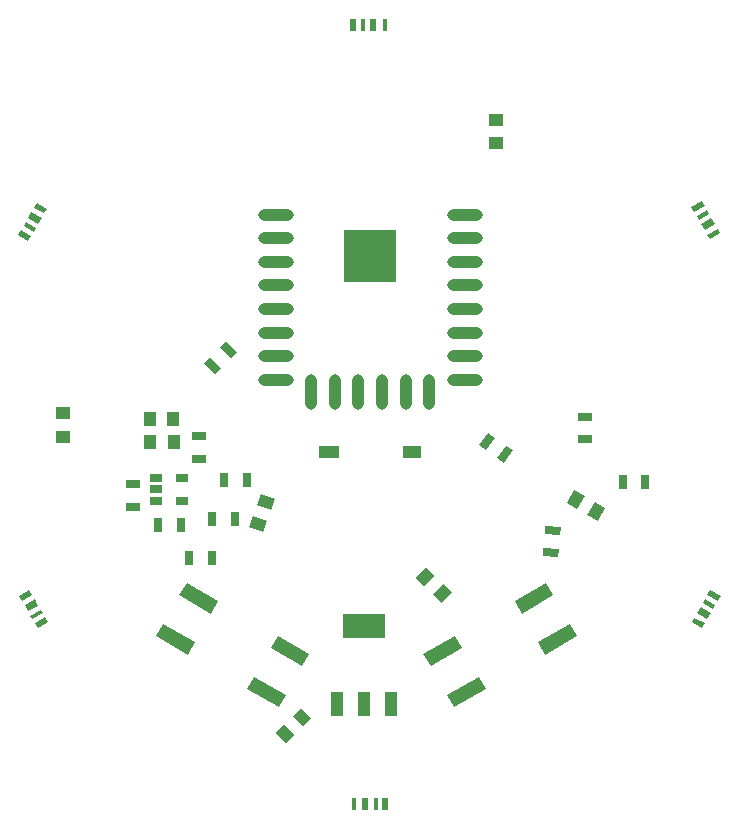
<source format=gtp>
G04 #@! TF.FileFunction,Paste,Top*
%FSLAX46Y46*%
G04 Gerber Fmt 4.6, Leading zero omitted, Abs format (unit mm)*
G04 Created by KiCad (PCBNEW 4.0.2+dfsg1-stable) date Tue 23 Oct 2018 01:13:40 AM EDT*
%MOMM*%
G01*
G04 APERTURE LIST*
%ADD10C,0.100000*%
%ADD11O,3.000000X1.000000*%
%ADD12O,1.000000X3.000000*%
%ADD13R,1.000000X1.250000*%
%ADD14R,0.700000X1.300000*%
%ADD15R,1.300000X0.700000*%
%ADD16R,1.060000X0.650000*%
%ADD17R,3.657600X2.032000*%
%ADD18R,1.016000X2.032000*%
%ADD19R,1.250000X1.000000*%
%ADD20R,4.470400X4.470400*%
%ADD21R,0.450000X1.000000*%
%ADD22R,0.600000X1.000000*%
%ADD23R,0.350000X1.000000*%
%ADD24R,0.500000X1.000000*%
%ADD25R,1.600000X1.000000*%
%ADD26R,1.700000X1.000000*%
G04 APERTURE END LIST*
D10*
G36*
X93160482Y-93879936D02*
X93760482Y-94919166D01*
X91075804Y-96469166D01*
X90475804Y-95429936D01*
X93160482Y-93879936D01*
X93160482Y-93879936D01*
G37*
G36*
X91160482Y-90415834D02*
X91760482Y-91455064D01*
X89075804Y-93005064D01*
X88475804Y-91965834D01*
X91160482Y-90415834D01*
X91160482Y-90415834D01*
G37*
G36*
X83444196Y-94870834D02*
X84044196Y-95910064D01*
X81359518Y-97460064D01*
X80759518Y-96420834D01*
X83444196Y-94870834D01*
X83444196Y-94870834D01*
G37*
G36*
X85444196Y-98334936D02*
X86044196Y-99374166D01*
X83359518Y-100924166D01*
X82759518Y-99884936D01*
X85444196Y-98334936D01*
X85444196Y-98334936D01*
G37*
G36*
X69100482Y-99884936D02*
X68500482Y-100924166D01*
X65815804Y-99374166D01*
X66415804Y-98334936D01*
X69100482Y-99884936D01*
X69100482Y-99884936D01*
G37*
G36*
X71100482Y-96420834D02*
X70500482Y-97460064D01*
X67815804Y-95910064D01*
X68415804Y-94870834D01*
X71100482Y-96420834D01*
X71100482Y-96420834D01*
G37*
G36*
X63384196Y-91965834D02*
X62784196Y-93005064D01*
X60099518Y-91455064D01*
X60699518Y-90415834D01*
X63384196Y-91965834D01*
X63384196Y-91965834D01*
G37*
G36*
X61384196Y-95429936D02*
X60784196Y-96469166D01*
X58099518Y-94919166D01*
X58699518Y-93879936D01*
X61384196Y-95429936D01*
X61384196Y-95429936D01*
G37*
D11*
X68250000Y-59210000D03*
X68250000Y-61210000D03*
X68250000Y-63210000D03*
X68250000Y-65210000D03*
X68250000Y-67210000D03*
X68250000Y-69210000D03*
X68250000Y-71210000D03*
X68250000Y-73210000D03*
D12*
X71250000Y-74210000D03*
X73250000Y-74210000D03*
X75250000Y-74210000D03*
X77250000Y-74210000D03*
X79250000Y-74210000D03*
X81250000Y-74210000D03*
D11*
X84250000Y-73210000D03*
X84250000Y-71210000D03*
X84250000Y-69210000D03*
X84250000Y-67210000D03*
X84250000Y-65210000D03*
X84250000Y-63210000D03*
X84250000Y-61210000D03*
X84250000Y-59210000D03*
D10*
G36*
X92908462Y-83621266D02*
X93533462Y-82538734D01*
X94399488Y-83038734D01*
X93774488Y-84121266D01*
X92908462Y-83621266D01*
X92908462Y-83621266D01*
G37*
G36*
X94640512Y-84621266D02*
X95265512Y-83538734D01*
X96131538Y-84038734D01*
X95506538Y-85121266D01*
X94640512Y-84621266D01*
X94640512Y-84621266D01*
G37*
G36*
X67164278Y-86083302D02*
X65989662Y-85655777D01*
X66331682Y-84716084D01*
X67506298Y-85143609D01*
X67164278Y-86083302D01*
X67164278Y-86083302D01*
G37*
G36*
X67848318Y-84203916D02*
X66673702Y-83776391D01*
X67015722Y-82836698D01*
X68190338Y-83264223D01*
X67848318Y-84203916D01*
X67848318Y-84203916D01*
G37*
D13*
X59570000Y-76550000D03*
X57570000Y-76550000D03*
D10*
G36*
X88337722Y-79173200D02*
X87592073Y-80238098D01*
X87018666Y-79836594D01*
X87764315Y-78771696D01*
X88337722Y-79173200D01*
X88337722Y-79173200D01*
G37*
G36*
X86781334Y-78083406D02*
X86035685Y-79148304D01*
X85462278Y-78746800D01*
X86207927Y-77681902D01*
X86781334Y-78083406D01*
X86781334Y-78083406D01*
G37*
G36*
X91085776Y-85538296D02*
X92380829Y-85651598D01*
X92319820Y-86348934D01*
X91024767Y-86235632D01*
X91085776Y-85538296D01*
X91085776Y-85538296D01*
G37*
G36*
X90920180Y-87431066D02*
X92215233Y-87544368D01*
X92154224Y-88241704D01*
X90859171Y-88128402D01*
X90920180Y-87431066D01*
X90920180Y-87431066D01*
G37*
D14*
X62872000Y-85008000D03*
X64772000Y-85008000D03*
X60940000Y-88320000D03*
X62840000Y-88320000D03*
X58300000Y-85516000D03*
X60200000Y-85516000D03*
X63888000Y-81706000D03*
X65788000Y-81706000D03*
D15*
X61790000Y-77962000D03*
X61790000Y-79862000D03*
X56202000Y-83926000D03*
X56202000Y-82026000D03*
D16*
X58150000Y-81518000D03*
X58150000Y-82468000D03*
X58150000Y-83418000D03*
X60350000Y-83418000D03*
X60350000Y-81518000D03*
D17*
X75710000Y-94067999D03*
D18*
X75710000Y-100672001D03*
X77996001Y-100672000D03*
X73423999Y-100672000D03*
D19*
X86870000Y-51160000D03*
X86870000Y-53160000D03*
X50250000Y-78000000D03*
X50250000Y-76000000D03*
D20*
X76210000Y-62700000D03*
D10*
G36*
X83132602Y-91188719D02*
X82248719Y-92072602D01*
X81541612Y-91365495D01*
X82425495Y-90481612D01*
X83132602Y-91188719D01*
X83132602Y-91188719D01*
G37*
G36*
X81718388Y-89774505D02*
X80834505Y-90658388D01*
X80127398Y-89951281D01*
X81011281Y-89067398D01*
X81718388Y-89774505D01*
X81718388Y-89774505D01*
G37*
D15*
X94410000Y-76340000D03*
X94410000Y-78240000D03*
D10*
G36*
X48020000Y-58220962D02*
X48886026Y-58720962D01*
X48661026Y-59110674D01*
X47795000Y-58610674D01*
X48020000Y-58220962D01*
X48020000Y-58220962D01*
G37*
G36*
X47570000Y-59000384D02*
X48436026Y-59500384D01*
X48136026Y-60020000D01*
X47270000Y-59520000D01*
X47570000Y-59000384D01*
X47570000Y-59000384D01*
G37*
G36*
X47070000Y-59866411D02*
X47936026Y-60366411D01*
X47761026Y-60669519D01*
X46895000Y-60169519D01*
X47070000Y-59866411D01*
X47070000Y-59866411D01*
G37*
G36*
X46695000Y-60515930D02*
X47561026Y-61015930D01*
X47311026Y-61448942D01*
X46445000Y-60948942D01*
X46695000Y-60515930D01*
X46695000Y-60515930D01*
G37*
G36*
X46530000Y-91510962D02*
X47396026Y-91010962D01*
X47621026Y-91400674D01*
X46755000Y-91900674D01*
X46530000Y-91510962D01*
X46530000Y-91510962D01*
G37*
G36*
X46980000Y-92290384D02*
X47846026Y-91790384D01*
X48146026Y-92310000D01*
X47280000Y-92810000D01*
X46980000Y-92290384D01*
X46980000Y-92290384D01*
G37*
G36*
X47480000Y-93156411D02*
X48346026Y-92656411D01*
X48521026Y-92959519D01*
X47655000Y-93459519D01*
X47480000Y-93156411D01*
X47480000Y-93156411D01*
G37*
G36*
X47855000Y-93805930D02*
X48721026Y-93305930D01*
X48971026Y-93738942D01*
X48105000Y-94238942D01*
X47855000Y-93805930D01*
X47855000Y-93805930D01*
G37*
D21*
X74865000Y-109140000D03*
D22*
X75840000Y-109140000D03*
D23*
X76715000Y-109140000D03*
D24*
X77540000Y-109140000D03*
D10*
G36*
X104340000Y-94219038D02*
X103473974Y-93719038D01*
X103698974Y-93329326D01*
X104565000Y-93829326D01*
X104340000Y-94219038D01*
X104340000Y-94219038D01*
G37*
G36*
X104790000Y-93439616D02*
X103923974Y-92939616D01*
X104223974Y-92420000D01*
X105090000Y-92920000D01*
X104790000Y-93439616D01*
X104790000Y-93439616D01*
G37*
G36*
X105290000Y-92573589D02*
X104423974Y-92073589D01*
X104598974Y-91770481D01*
X105465000Y-92270481D01*
X105290000Y-92573589D01*
X105290000Y-92573589D01*
G37*
G36*
X105665000Y-91924070D02*
X104798974Y-91424070D01*
X105048974Y-90991058D01*
X105915000Y-91491058D01*
X105665000Y-91924070D01*
X105665000Y-91924070D01*
G37*
G36*
X105880000Y-60799038D02*
X105013974Y-61299038D01*
X104788974Y-60909326D01*
X105655000Y-60409326D01*
X105880000Y-60799038D01*
X105880000Y-60799038D01*
G37*
G36*
X105430000Y-60019616D02*
X104563974Y-60519616D01*
X104263974Y-60000000D01*
X105130000Y-59500000D01*
X105430000Y-60019616D01*
X105430000Y-60019616D01*
G37*
G36*
X104930000Y-59153589D02*
X104063974Y-59653589D01*
X103888974Y-59350481D01*
X104755000Y-58850481D01*
X104930000Y-59153589D01*
X104930000Y-59153589D01*
G37*
G36*
X104555000Y-58504070D02*
X103688974Y-59004070D01*
X103438974Y-58571058D01*
X104305000Y-58071058D01*
X104555000Y-58504070D01*
X104555000Y-58504070D01*
G37*
D21*
X77485000Y-43190000D03*
D22*
X76510000Y-43190000D03*
D23*
X75635000Y-43190000D03*
D24*
X74810000Y-43190000D03*
D13*
X59600000Y-78500000D03*
X57600000Y-78500000D03*
D10*
G36*
X64039619Y-69921142D02*
X64958858Y-70840381D01*
X64463883Y-71335356D01*
X63544644Y-70416117D01*
X64039619Y-69921142D01*
X64039619Y-69921142D01*
G37*
G36*
X62696117Y-71264644D02*
X63615356Y-72183883D01*
X63120381Y-72678858D01*
X62201142Y-71759619D01*
X62696117Y-71264644D01*
X62696117Y-71264644D01*
G37*
D14*
X97650000Y-81860000D03*
X99550000Y-81860000D03*
D25*
X79780000Y-79270000D03*
D26*
X72780000Y-79270000D03*
D10*
G36*
X69151281Y-103962602D02*
X68267398Y-103078719D01*
X68974505Y-102371612D01*
X69858388Y-103255495D01*
X69151281Y-103962602D01*
X69151281Y-103962602D01*
G37*
G36*
X70565495Y-102548388D02*
X69681612Y-101664505D01*
X70388719Y-100957398D01*
X71272602Y-101841281D01*
X70565495Y-102548388D01*
X70565495Y-102548388D01*
G37*
M02*

</source>
